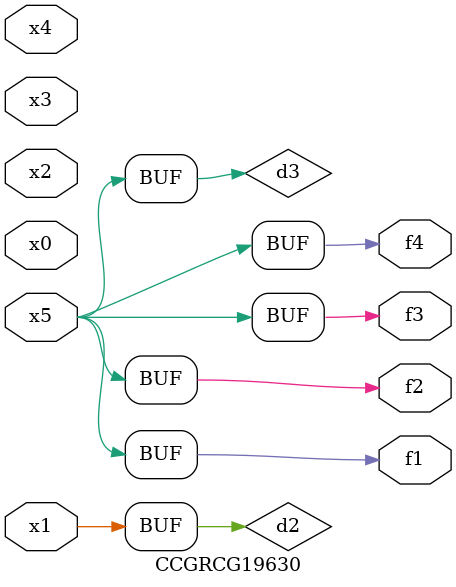
<source format=v>
module CCGRCG19630(
	input x0, x1, x2, x3, x4, x5,
	output f1, f2, f3, f4
);

	wire d1, d2, d3;

	not (d1, x5);
	or (d2, x1);
	xnor (d3, d1);
	assign f1 = d3;
	assign f2 = d3;
	assign f3 = d3;
	assign f4 = d3;
endmodule

</source>
